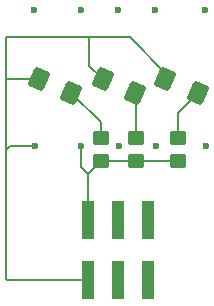
<source format=gbr>
%TF.GenerationSoftware,KiCad,Pcbnew,8.0.8*%
%TF.CreationDate,2025-04-07T01:45:18-03:00*%
%TF.ProjectId,Sao_SlotMachine_v2,53616f5f-536c-46f7-944d-616368696e65,rev?*%
%TF.SameCoordinates,Original*%
%TF.FileFunction,Copper,L2,Bot*%
%TF.FilePolarity,Positive*%
%FSLAX46Y46*%
G04 Gerber Fmt 4.6, Leading zero omitted, Abs format (unit mm)*
G04 Created by KiCad (PCBNEW 8.0.8) date 2025-04-07 01:45:18*
%MOMM*%
%LPD*%
G01*
G04 APERTURE LIST*
G04 Aperture macros list*
%AMRoundRect*
0 Rectangle with rounded corners*
0 $1 Rounding radius*
0 $2 $3 $4 $5 $6 $7 $8 $9 X,Y pos of 4 corners*
0 Add a 4 corners polygon primitive as box body*
4,1,4,$2,$3,$4,$5,$6,$7,$8,$9,$2,$3,0*
0 Add four circle primitives for the rounded corners*
1,1,$1+$1,$2,$3*
1,1,$1+$1,$4,$5*
1,1,$1+$1,$6,$7*
1,1,$1+$1,$8,$9*
0 Add four rect primitives between the rounded corners*
20,1,$1+$1,$2,$3,$4,$5,0*
20,1,$1+$1,$4,$5,$6,$7,0*
20,1,$1+$1,$6,$7,$8,$9,0*
20,1,$1+$1,$8,$9,$2,$3,0*%
G04 Aperture macros list end*
%TA.AperFunction,SMDPad,CuDef*%
%ADD10RoundRect,0.250000X0.450000X-0.350000X0.450000X0.350000X-0.450000X0.350000X-0.450000X-0.350000X0*%
%TD*%
%TA.AperFunction,SMDPad,CuDef*%
%ADD11R,1.041400X3.200400*%
%TD*%
%TA.AperFunction,SMDPad,CuDef*%
%ADD12RoundRect,0.250001X-0.669939X-0.394602X0.181526X-0.756027X0.669939X0.394602X-0.181526X0.756027X0*%
%TD*%
%TA.AperFunction,ViaPad*%
%ADD13C,0.600000*%
%TD*%
%TA.AperFunction,Conductor*%
%ADD14C,0.200000*%
%TD*%
G04 APERTURE END LIST*
D10*
%TO.P,R3,1*%
%TO.N,+3.3V*%
X119000000Y-70500000D03*
%TO.P,R3,2*%
%TO.N,Net-(D3-A)*%
X119000000Y-68500000D03*
%TD*%
%TO.P,R1,1*%
%TO.N,+3.3V*%
X125500000Y-70500000D03*
%TO.P,R1,2*%
%TO.N,Net-(D1-A)*%
X125500000Y-68500000D03*
%TD*%
%TO.P,R2,1*%
%TO.N,+3.3V*%
X122000000Y-70500000D03*
%TO.P,R2,2*%
%TO.N,Net-(D2-A)*%
X122000000Y-68500000D03*
%TD*%
D11*
%TO.P,J1,1,GPIO1*%
%TO.N,unconnected-(J1-GPIO1-Pad1)*%
X123000000Y-75475001D03*
%TO.P,J1,2,GPIO2*%
%TO.N,unconnected-(J1-GPIO2-Pad2)*%
X123000000Y-80524999D03*
%TO.P,J1,3,SDA*%
%TO.N,unconnected-(J1-SDA-Pad3)*%
X120460000Y-75475001D03*
%TO.P,J1,4,SCL*%
%TO.N,unconnected-(J1-SCL-Pad4)*%
X120460000Y-80524999D03*
%TO.P,J1,5,3V3*%
%TO.N,+3.3V*%
X117920000Y-75475001D03*
%TO.P,J1,6,GND*%
%TO.N,GND*%
X117920000Y-80524999D03*
%TD*%
D12*
%TO.P,D2,1,K*%
%TO.N,GND*%
X119150749Y-63534634D03*
%TO.P,D2,2,A*%
%TO.N,Net-(D2-A)*%
X121889251Y-64697060D03*
%TD*%
%TO.P,D3,1,K*%
%TO.N,GND*%
X113780749Y-63534634D03*
%TO.P,D3,2,A*%
%TO.N,Net-(D3-A)*%
X116519251Y-64697060D03*
%TD*%
%TO.P,D1,1,K*%
%TO.N,GND*%
X124466630Y-63534635D03*
%TO.P,D1,2,A*%
%TO.N,Net-(D1-A)*%
X127205132Y-64697059D03*
%TD*%
D13*
%TO.N,*%
X123653027Y-69227659D03*
X127871793Y-69227659D03*
X123600000Y-57700000D03*
X120500000Y-57700000D03*
X127818766Y-57700000D03*
X113372611Y-57700000D03*
X117300000Y-57700000D03*
X120553027Y-69227659D03*
%TO.N,GND*%
X113425638Y-69227659D03*
%TO.N,+3.3V*%
X117353027Y-69227659D03*
%TD*%
D14*
%TO.N,GND*%
X124466630Y-63534635D02*
X124466630Y-63016630D01*
X124466630Y-63016630D02*
X121450000Y-60000000D01*
X121450000Y-60000000D02*
X117600000Y-60000000D01*
X111000000Y-80500000D02*
X111000000Y-69500000D01*
X113780749Y-63534634D02*
X111034634Y-63534634D01*
X111000000Y-63500000D02*
X111000000Y-60000000D01*
X113425638Y-69227659D02*
X111272341Y-69227659D01*
X111000000Y-69500000D02*
X111000000Y-63500000D01*
X119150749Y-63534634D02*
X118000000Y-62383885D01*
X111034634Y-63534634D02*
X111000000Y-63500000D01*
X111272341Y-69227659D02*
X111000000Y-69500000D01*
X111024999Y-80524999D02*
X111000000Y-80500000D01*
X118000000Y-60000000D02*
X111000000Y-60000000D01*
X117920000Y-80524999D02*
X111024999Y-80524999D01*
X118000000Y-62383885D02*
X118000000Y-60000000D01*
%TO.N,Net-(D1-A)*%
X125500000Y-66402191D02*
X127205132Y-64697059D01*
X125500000Y-68500000D02*
X125500000Y-66402191D01*
%TO.N,Net-(D2-A)*%
X122000000Y-64807809D02*
X121889251Y-64697060D01*
X122000000Y-68500000D02*
X122000000Y-64807809D01*
%TO.N,+3.3V*%
X119000000Y-70500000D02*
X122000000Y-70500000D01*
X117353027Y-71013027D02*
X117353027Y-69227659D01*
X122000000Y-70500000D02*
X125500000Y-70500000D01*
X117920000Y-75475001D02*
X117920000Y-71580000D01*
X117920000Y-71580000D02*
X117353027Y-71013027D01*
X117920000Y-71580000D02*
X119000000Y-70500000D01*
%TO.N,Net-(D3-A)*%
X119000000Y-67177809D02*
X116519251Y-64697060D01*
X119000000Y-68500000D02*
X119000000Y-67177809D01*
%TD*%
M02*

</source>
